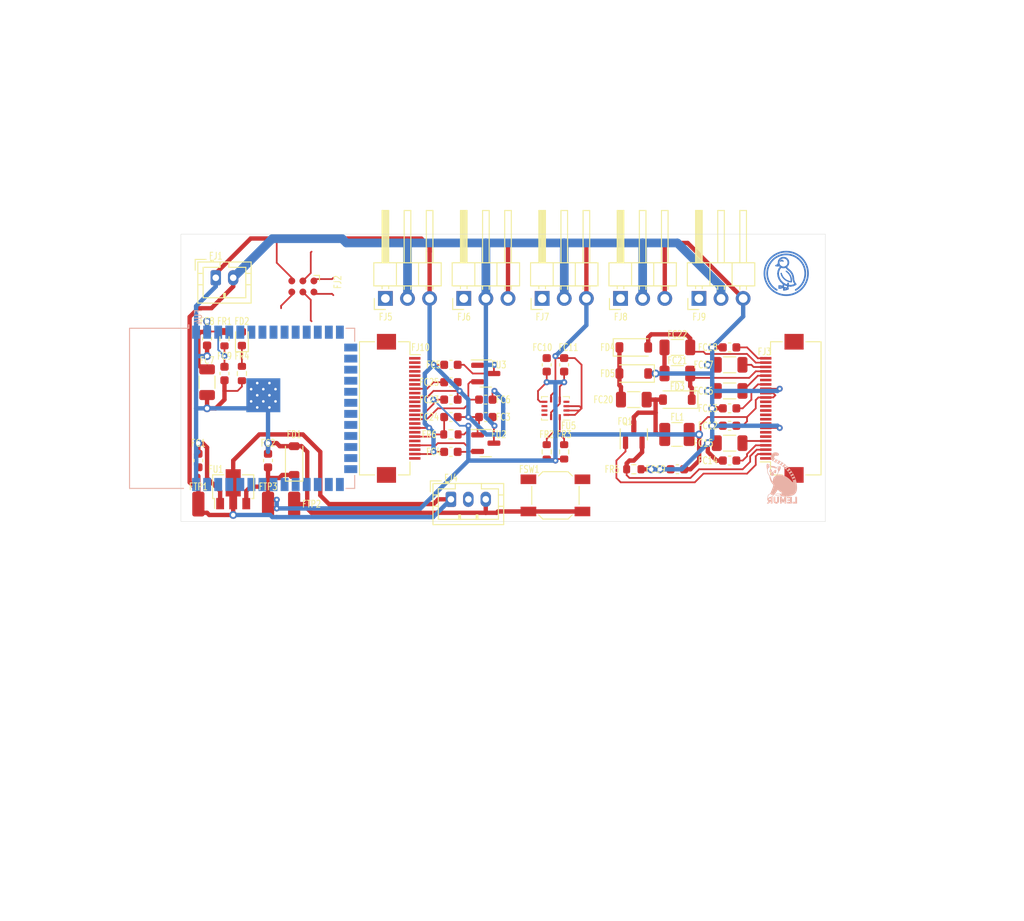
<source format=kicad_pcb>
(kicad_pcb (version 20221018) (generator pcbnew)
  (layers (0 "F.Cu" signal "Front") (31 "B.Cu" signal "Back") (34 "B.Paste" user) (35 "F.Paste" user) (36 "B.SilkS" user "B.Silkscreen") (37 "F.SilkS" user "F.Silkscreen") (38 "B.Mask" user) (39 "F.Mask" user) (44 "Edge.Cuts" user))
  (net 0 "")
  (net 1 "gnd")
  (net 2 "v3v3")
  (net 3 "pwr")
  (net 4 "cam.device.reset")
  (net 5 "mcu.program_en_node")
  (net 6 "led.res.a")
  (net 7 "i2c_chain_0.scl")
  (net 8 "i2c_chain_0.sda")
  (net 9 "led.signal")
  (net 10 "sw.out")
  (net 11 "epd.device.rese")
  (net 12 "pixels.din")
  (net 13 "servos[0].pwm")
  (net 14 "cam.dvp8.vsync")
  (net 15 "cam.dvp8.y0")
  (net 16 "cam.dvp8.y1")
  (net 17 "cam.dvp8.y2")
  (net 18 "servos[1].pwm")
  (net 19 "cam.dvp8.y3")
  (net 20 "cam.dvp8.y4")
  (net 21 "servos[2].pwm")
  (net 22 "servos[3].pwm")
  (net 23 "servos[4].pwm")
  (net 24 "mcu.program_boot_node")
  (net 25 "cam.dvp8.xclk")
  (net 26 "cam.dvp8.pclk")
  (net 27 "cam.dvp8.href")
  (net 28 "epd.busy")
  (net 29 "mcu.program_uart_node.b_tx")
  (net 30 "mcu.program_uart_node.a_tx")
  (net 31 "cam.dvp8.y5")
  (net 32 "epd.device.gdr")
  (net 33 "epd.boost.inductor.b")
  (net 34 "epd.boost.pos_out")
  (net 35 "epd.boost.boot_cap.neg")
  (net 36 "epd.boost.neg_out")
  (net 37 "cam.dvp8.y7")
  (net 38 "cam.dvp8.y6")
  (net 39 "epd.cs")
  (net 40 "epd.dc")
  (net 41 "epd.spi.sck")
  (net 42 "epd.device.vgl")
  (net 43 "epd.device.vdd1v8")
  (net 44 "epd.device.vsh")
  (net 45 "epd.device.vsl")
  (net 46 "epd.device.vcom")
  (net 47 "epd.spi.mosi")
  (net 48 "epd.reset")
  (net 49 "v2v5")
  (net 50 "epd.device.vgh")
  (net 51 "v1v2")
  (net 52 "imu.int1")
  (net 53 "imu.int2")
  (net 54 "cam.device.pins.1")
  (net 55 "cam.device.pins.2")
  (footprint "edg:TestPoint_TE_RCT_0805" (layer "F.Cu") (at 40 131 -90)
    (fp_text reference "FTP2")
    (fp_text value "5015 (Keystone) - gnd")
  )
  (footprint "Resistor_SMD:R_0603_1608Metric" (layer "F.Cu") (at 58 123 180)
    (fp_text reference "FR6")
    (fp_text value "")
  )
  (footprint "Resistor_SMD:R_0603_1608Metric" (layer "F.Cu") (at 79 127)
    (fp_text reference "FR5")
    (fp_text value "")
  )
  (footprint "Package_TO_SOT_SMD:SOT-23" (layer "F.Cu") (at 79 123 90)
    (fp_text reference "FQ1")
    (fp_text value "AO3400A (Alpha & Omega Semicon) - 30V 5.7A 26.5m?@10V,5.7A 1.4W 1.5V@250?A N Channel SOT-23-3L MOSFETs ROHS")
  )
  (footprint "Connector_JST:JST_PH_B2B-PH-K_1x02_P2.00mm_Vertical" (layer "F.Cu") (at 31 105)
    (fp_text reference "FJ1")
    (fp_text value "B2B-PH-K (JST)")
  )
  (footprint "Capacitor_SMD:C_0603_1608Metric" (layer "F.Cu") (at 90 113 180)
    (fp_text reference "FC18")
    (fp_text value "")
  )
  (footprint "Connector_PinHeader_2.54mm:PinHeader_1x03_P2.54mm_Horizontal" (layer "F.Cu") (at 77.475 107.375 90)
    (fp_text reference "FJ8")
    (fp_text value "PinHeader2.54 1x3 Horizontal (Generic)")
  )
  (footprint "Capacitor_SMD:C_0603_1608Metric" (layer "F.Cu") (at 90 126)
    (fp_text reference "FC14")
    (fp_text value "")
  )
  (footprint "Capacitor_SMD:C_1206_3216Metric" (layer "F.Cu") (at 79 119 180)
    (fp_text reference "FC20")
    (fp_text value "")
  )
  (footprint "Connector:Tag-Connect_TC2030-IDC-FP_2x03_P1.27mm_Vertical" (layer "F.Cu") (at 41 106 180)
    (fp_text reference "FJ2")
    (fp_text value "")
  )
  (footprint "Connector_PinHeader_2.54mm:PinHeader_1x03_P2.54mm_Horizontal" (layer "F.Cu") (at 50.475 107.375 90)
    (fp_text reference "FJ5")
    (fp_text value "PinHeader2.54 1x3 Horizontal (Generic)")
  )
  (footprint "Capacitor_SMD:C_0603_1608Metric" (layer "F.Cu") (at 90 122 180)
    (fp_text reference "FC12")
    (fp_text value "")
  )
  (footprint "edg:JlcToolingHole_1.152mm" (layer "F.Cu") (at 99 102)
    (fp_text reference "FH2" hide)
    (fp_text value "")
  )
  (footprint "Capacitor_SMD:C_0603_1608Metric" (layer "F.Cu") (at 58 115 180)
    (fp_text reference "FC5")
    (fp_text value "")
  )
  (footprint "Connector_PinHeader_2.54mm:PinHeader_1x03_P2.54mm_Horizontal" (layer "F.Cu") (at 68.475 107.375 90)
    (fp_text reference "FJ7")
    (fp_text value "PinHeader2.54 1x3 Horizontal (Generic)")
  )
  (footprint "Capacitor_SMD:C_0603_1608Metric" (layer "F.Cu") (at 84 127 180)
    (fp_text reference "FC19")
    (fp_text value "")
  )
  (footprint "Capacitor_SMD:C_1206_3216Metric" (layer "F.Cu") (at 90 118 180)
    (fp_text reference "FC16")
    (fp_text value "")
  )
  (footprint "Resistor_SMD:R_0603_1608Metric" (layer "F.Cu") (at 71 125 90)
    (fp_text reference "FR3")
    (fp_text value "")
  )
  (footprint "Resistor_SMD:R_0603_1608Metric" (layer "F.Cu") (at 32 112 -90)
    (fp_text reference "FR1")
    (fp_text value "")
  )
  (footprint "Package_TO_SOT_SMD:SOT-23" (layer "F.Cu") (at 62 116)
    (fp_text reference "FU3")
    (fp_text value "XC6206P122MR-G (Torex Semiconductor Ltd)")
  )
  (footprint "Inductor_SMD:L_1210_3225Metric" (layer "F.Cu") (at 83.95 123 180)
    (fp_text reference "FL1")
    (fp_text value "")
  )
  (footprint "LED_SMD:LED_0603_1608Metric" (layer "F.Cu") (at 34 112 90)
    (fp_text reference "FD2")
    (fp_text value "")
  )
  (footprint "Capacitor_SMD:C_1206_3216Metric" (layer "F.Cu") (at 84 113)
    (fp_text reference "FC22")
    (fp_text value "")
  )
  (footprint "edg:JlcToolingHole_1.152mm" (layer "F.Cu") (at 29 102)
    (fp_text reference "FH1" hide)
    (fp_text value "")
  )
  (footprint "Connector_JST:JST_PH_B3B-PH-K_1x03_P2.00mm_Vertical" (layer "F.Cu") (at 58 130.45)
    (fp_text reference "FJ4")
    (fp_text value "B3B-PH-K (JST)")
  )
  (footprint "Capacitor_SMD:C_0603_1608Metric" (layer "F.Cu") (at 90 120 180)
    (fp_text reference "FC13")
    (fp_text value "")
  )
  (footprint "Resistor_SMD:R_0603_1608Metric" (layer "F.Cu") (at 69 125 90)
    (fp_text reference "FR2")
    (fp_text value "")
  )
  (footprint "edg:TestPoint_TE_RCT_0805" (layer "F.Cu") (at 29 131 -90)
    (fp_text reference "FTP1")
    (fp_text value "5015 (Keystone) - pwr")
  )
  (footprint "Capacitor_SMD:C_1206_3216Metric" (layer "F.Cu") (at 90 115)
    (fp_text reference "FC17")
    (fp_text value "")
  )
  (footprint "Diode_SMD:D_SOD-123" (layer "F.Cu") (at 79 116 180)
    (fp_text reference "FD5")
    (fp_text value "B5817W (Guangdong Hottech) - 20V 450mV@1A 300mA SOD-123 Schottky Barrier Diodes (SBD) ROHS")
  )
  (footprint "Resistor_SMD:R_0603_1608Metric" (layer "F.Cu") (at 34 116 -90)
    (fp_text reference "FR4")
    (fp_text value "")
  )
  (footprint "Capacitor_SMD:C_1206_3216Metric" (layer "F.Cu") (at 30 117 -90)
    (fp_text reference "FC7")
    (fp_text value "")
  )
  (footprint "Diode_SMD:D_SOD-123" (layer "F.Cu") (at 40 126 90)
    (fp_text reference "FD1")
    (fp_text value "BZT52C3V6 (SMC(Sangdest Microelectronicstronic (Nanjing))) - 5?A@1V 90? Single 3.6V~3.8V 350mW 3.4V SOD-123 Zener Diodes ROHS")
  )
  (footprint "Capacitor_SMD:C_0603_1608Metric" (layer "F.Cu") (at 37 126 90)
    (fp_text reference "FC2")
    (fp_text value "")
  )
  (footprint "Capacitor_SMD:C_0603_1608Metric" (layer "F.Cu") (at 58 125 180)
    (fp_text reference "FC4")
    (fp_text value "")
  )
  (footprint "Capacitor_SMD:C_0603_1608Metric" (layer "F.Cu") (at 58 117)
    (fp_text reference "FC25")
    (fp_text value "")
  )
  (footprint "edg:TestPoint_TE_RCT_0805" (layer "F.Cu") (at 37 131 -90)
    (fp_text reference "FTP3")
    (fp_text value "5015 (Keystone) - v3v3")
  )
  (footprint "Capacitor_SMD:C_0603_1608Metric" (layer "F.Cu") (at 29 126 90)
    (fp_text reference "FC1")
    (fp_text value "")
  )
  (footprint "Capacitor_SMD:C_0603_1608Metric" (layer "F.Cu") (at 58 121)
    (fp_text reference "FC24")
    (fp_text value "")
  )
  (footprint "Button_Switch_SMD:SW_SPST_SKQG_WithoutStem" (layer "F.Cu") (at 70 130)
    (fp_text reference "FSW1")
    (fp_text value "5.1mm switch")
  )
  (footprint "Capacitor_SMD:C_0603_1608Metric" (layer "F.Cu") (at 62 119)
    (fp_text reference "FC6")
    (fp_text value "")
  )
  (footprint "Capacitor_SMD:C_1206_3216Metric" (layer "F.Cu") (at 90 124 180)
    (fp_text reference "FC15")
    (fp_text value "")
  )
  (footprint "Connector_PinHeader_2.54mm:PinHeader_1x03_P2.54mm_Horizontal" (layer "F.Cu") (at 59.475 107.375 90)
    (fp_text reference "FJ6")
    (fp_text value "PinHeader2.54 1x3 Horizontal (Generic)")
  )
  (footprint "Capacitor_SMD:C_0603_1608Metric" (layer "F.Cu") (at 69 115 90)
    (fp_text reference "FC10")
    (fp_text value "")
  )
  (footprint "Capacitor_SMD:C_0603_1608Metric" (layer "F.Cu") (at 30 112 -90)
    (fp_text reference "FC8")
    (fp_text value "")
  )
  (footprint "Capacitor_SMD:C_0603_1608Metric" (layer "F.Cu") (at 58 119)
    (fp_text reference "FC23")
    (fp_text value "")
  )
  (footprint "Connector_PinHeader_2.54mm:PinHeader_1x03_P2.54mm_Horizontal" (layer "F.Cu") (at 86.475 107.375 90)
    (fp_text reference "FJ9")
    (fp_text value "PinHeader2.54 1x3 Horizontal (Generic)")
  )
  (footprint "Capacitor_SMD:C_0603_1608Metric" (layer "F.Cu") (at 62 121 180)
    (fp_text reference "FC3")
    (fp_text value "")
  )
  (footprint "Diode_SMD:D_SOD-123" (layer "F.Cu") (at 84 119 180)
    (fp_text reference "FD3")
    (fp_text value "B5817W (Guangdong Hottech) - 20V 450mV@1A 300mA SOD-123 Schottky Barrier Diodes (SBD) ROHS")
  )
  (footprint "Connector_FFC-FPC:Hirose_FH12-24S-0.5SH_1x24-1MP_P0.50mm_Horizontal" (layer "F.Cu") (at 96 120 90)
    (fp_text reference "FJ3")
    (fp_text value "AFC01-S24FCA-00 (Jushuo)")
  )
  (footprint "Capacitor_SMD:C_0603_1608Metric" (layer "F.Cu") (at 32 116 -90)
    (fp_text reference "FC9")
    (fp_text value "")
  )
  (footprint "Connector_FFC-FPC:Hirose_FH12-24S-0.5SH_1x24-1MP_P0.50mm_Horizontal" (layer "F.Cu") (at 52 120 -90)
    (fp_text reference "FJ10")
    (fp_text value "AFC01-S24FCA-00 (Jushuo)")
  )
  (footprint "Package_TO_SOT_SMD:SOT-89-3" (layer "F.Cu") (at 33 129 90)
    (fp_text reference "FU1")
    (fp_text value "AP7215-33YG-13 (Diodes Incorporated)")
  )
  (footprint "Package_LGA:Bosch_LGA-14_3x2.5mm_P0.5mm" (layer "F.Cu") (at 70 120 180)
    (fp_text reference "FU5")
    (fp_text value "LSM6DS3TR-C (STMicroelectronics)")
  )
  (footprint "Capacitor_SMD:C_1206_3216Metric" (layer "F.Cu") (at 84 116 180)
    (fp_text reference "FC21")
    (fp_text value "")
  )
  (footprint "Capacitor_SMD:C_0603_1608Metric" (layer "F.Cu") (at 71 115 90)
    (fp_text reference "FC11")
    (fp_text value "")
  )
  (footprint "Package_TO_SOT_SMD:SOT-23" (layer "F.Cu") (at 62 124)
    (fp_text reference "FU2")
    (fp_text value "XC6206P252MR (Torex Semiconductor Ltd)")
  )
  (footprint "edg:JlcToolingHole_1.152mm" (layer "F.Cu") (at 99 131)
    (fp_text reference "FH3" hide)
    (fp_text value "")
  )
  (footprint "Diode_SMD:D_SOD-123" (layer "F.Cu") (at 79 113)
    (fp_text reference "FD4")
    (fp_text value "B5817W (Guangdong Hottech) - 20V 450mV@1A 300mA SOD-123 Schottky Barrier Diodes (SBD) ROHS")
  )
  (footprint "RF_Module:ESP32-S3-WROOM-1" (layer "B.Cu") (at 34 120 -90)
    (fp_text reference "FU4")
    (fp_text value "ESP32-S3-WROOM-1-N16R8 (Espressif Systems)")
  )
  (footprint "edg:Symbol_Duckling" (layer "B.Cu") (at 96.5 104.5 180)
    (fp_text reference "UU4" hide)
    (fp_text value "Duck" hide)
  )
  (footprint "edg:Symbol_LemurSmall" (layer "B.Cu") (at 96 128 180)
    (fp_text reference "UU5" hide)
    (fp_text value "Lemur" hide)
  )
  (gr_rect (start 27 100) (end 101 133) (stroke (width 0.0381)) (fill none) (layer "Edge.Cuts"))
  (segment (start 29 125.225) (end 29 124) (width 0.5) (layer "F.Cu") (net 1))
  (segment (start 29 124) (end 29.5 124) (width 0.5) (layer "F.Cu") (net 1))
  (segment (start 71.2625 120.25) (end 72.75 120.25) (width 0.2) (layer "F.Cu") (net 1))
  (segment (start 85.18 101) (end 91.555 107.375) (width 0.5) (layer "F.Cu") (net 1))
  (segment (start 62 130.45) (end 62 132) (width 0.5) (layer "F.Cu") (net 1))
  (segment (start 35.01 100.49) (end 38 100.49) (width 0.5) (layer "F.Cu") (net 1))
  (segment (start 64.555 107.375) (end 64.555 101.055) (width 0.5) (layer "F.Cu") (net 1))
  (segment (start 31.5 129.5) (end 31.5 130.95) (width 0.5) (layer "F.Cu") (net 1))
  (segment (start 41.5 131.5) (end 42 132) (width 0.5) (layer "F.Cu") (net 1))
  (segment (start 52.49 100.49) (end 52.5 100.5) (width 0.5) (layer "F.Cu") (net 1))
  (segment (start 30 124.5) (end 30 128) (width 0.5) (layer "F.Cu") (net 1))
  (segment (start 58.775 118.225) (end 58.775 119) (width 0.2) (layer "F.Cu") (net 1))
  (segment (start 31 104.5) (end 35.01 100.49) (width 0.5) (layer "F.Cu") (net 1))
  (segment (start 88.525 118) (end 87.5 118) (width 0.5) (layer "F.Cu") (net 1))
  (segment (start 29.5 124) (end 30 124.5) (width 0.5) (layer "F.Cu") (net 1))
  (segment (start 72.225 114.225) (end 73 115) (width 0.2) (layer "F.Cu") (net 1))
  (segment (start 54.61 100.5) (end 55.055 100.945) (width 0.5) (layer "F.Cu") (net 1))
  (segment (start 58.775 121) (end 60 121) (width 0.2) (layer "F.Cu") (net 1))
  (segment (start 82.5 101) (end 85.18 101) (width 0.5) (layer "F.Cu") (net 1))
  (segment (start 73 120) (end 72.75 120.25) (width 0.2) (layer "F.Cu") (net 1))
  (segment (start 58.775 117.775) (end 58.775 117) (width 0.2) (layer "F.Cu") (net 1))
  (segment (start 38 100.49) (end 52.49 100.49) (width 0.5) (layer "F.Cu") (net 1))
  (segment (start 89.225 113) (end 88 113) (width 0.5) (layer "F.Cu") (net 1))
  (segment (start 87.5 125) (end 88.5 126) (width 0.5) (layer "F.Cu") (net 1))
  (segment (start 55.555 102) (end 55.555 101.445) (width 0.5) (layer "F.Cu") (net 1))
  (segment (start 72.75 119.75) (end 73 120) (width 0.2) (layer "F.Cu") (net 1))
  (segment (start 80.65 116) (end 81.5 116) (width 0.5) (layer "F.Cu") (net 1))
  (segment (start 73.555 107.375) (end 73.555 101.055) (width 0.5) (layer "F.Cu") (net 1))
  (segment (start 41.5 125) (end 41.5 131) (width 0.5) (layer "F.Cu") (net 1))
  (segment (start 63.25 132) (end 63.4 131.85) (width 0.5) (layer "F.Cu") (net 1))
  (segment (start 55.555 101.055) (end 55.5 101) (width 0.5) (layer "F.Cu") (net 1))
  (segment (start 41.5 131) (end 41.5 131.5) (width 0.5) (layer "F.Cu") (net 1))
  (segment (start 40.85 124.35) (end 41.5 125) (width 0.5) (layer "F.Cu") (net 1))
  (segment (start 38 103.274939) (end 38 100.49) (width 0.2) (layer "F.Cu") (net 1))
  (segment (start 69.5 118.9875) (end 69.5 118.5) (width 0.2) (layer "F.Cu") (net 1))
  (segment (start 30 120) (end 31 120) (width 0.5) (layer "F.Cu") (net 1))
  (segment (start 82.525 113) (end 82.525 116) (width 0.5) (layer "F.Cu") (net 1))
  (segment (start 79.825 127) (end 81 127) (width 0.5) (layer "F.Cu") (net 1))
  (segment (start 42 132) (end 62 132) (width 0.5) (layer "F.Cu") (net 1))
  (segment (start 71 114.225) (end 72.225 114.225) (width 0.2) (layer "F.Cu") (net 1))
  (segment (start 34 116.825) (end 34 117.5) (width 0.2) (layer "F.Cu") (net 1))
  (segment (start 70 118.9875) (end 70 118) (width 0.2) (layer "F.Cu") (net 1))
  (segment (start 64.555 101.055) (end 64.5 101) (width 0.5) (layer "F.Cu") (net 1))
  (segment (start 30 118.475) (end 30 120) (width 0.5) (layer "F.Cu") (net 1))
  (segment (start 31 105) (end 31 104.5) (width 0.5) (layer "F.Cu") (net 1))
  (segment (start 66.9 131.85) (end 73.1 131.85) (width 0.5) (layer "F.Cu") (net 1))
  (segment (start 57.225 125) (end 56 125) (width 0.2) (layer "F.Cu") (net 1))
  (segment (start 73.555 101.055) (end 73.5 101) (width 0.5) (layer "F.Cu") (net 1))
  (segment (start 62.775 118.225) (end 62.775 119) (width 0.2) (layer "F.Cu") (net 1))
  (segment (start 55.25 118.75) (end 53.85 118.75) (width 0.2) (layer "F.Cu") (net 1))
  (segment (start 55.555 107.375) (end 55.555 102) (width 0.5) (layer "F.Cu") (net 1))
  (segment (start 30 112.775) (end 30 114) (width 0.5) (layer "F.Cu") (net 1))
  (segment (start 73 115) (end 73 120) (width 0.2) (layer "F.Cu") (net 1))
  (segment (start 31 120) (end 32 119) (width 0.5) (layer "F.Cu") (net 1))
  (segment (start 61.225 121) (end 60 121) (width 0.2) (layer "F.Cu") (net 1))
  (segment (start 57.225 115) (end 56 115) (width 0.2) (layer "F.Cu") (net 1))
  (segment (start 53.85 125.25) (end 55.75 125.25) (width 0.2) (layer "F.Cu") (net 1))
  (segment (start 38.35 124.35) (end 38 124) (width 0.5) (layer "F.Cu") (net 1))
  (segment (start 73.5 101) (end 82.5 101) (width 0.5) (layer "F.Cu") (net 1))
  (segment (start 71.2625 119.75) (end 72.75 119.75) (width 0.2) (layer "F.Cu") (net 1))
  (segment (start 32 118) (end 32 116.775) (width 0.5) (layer "F.Cu") (net 1))
  (segment (start 88 120) (end 89.225 120) (width 0.5) (layer "F.Cu") (net 1))
  (segment (start 55.11 101) (end 55.055 100.945) (width 0.5) (layer "F.Cu") (net 1))
  (segment (start 64.5 101) (end 73.5 101) (width 0.5) (layer "F.Cu") (net 1))
  (segment (start 82.555 107.375) (end 82.555 101.055) (width 0.5) (layer "F.Cu") (net 1))
  (segment (start 37 125.225) (end 37 124) (width 0.5) (layer "F.Cu") (net 1))
  (segment (start 94.15 117.75) (end 95.75 117.75) (width 0.2) (layer "F.Cu") (net 1))
  (segment (start 81.5 116) (end 82.525 116) (width 0.5) (layer "F.Cu") (net 1))
  (segment (start 56.5 101) (end 64.5 101) (width 0.5) (layer "F.Cu") (net 1))
  (segment (start 30 128) (end 31.5 129.5) (width 0.5) (layer "F.Cu") (net 1))
  (segment (start 55.5 101) (end 55.11 101) (width 0.5) (layer "F.Cu") (net 1))
  (segment (start 81 127) (end 82 127) (width 0.5) (layer "F.Cu") (net 1))
  (segment (start 39.73 105.365) (end 39.73 105.004939) (width 0.2) (layer "F.Cu") (net 1))
  (segment (start 89.225 122) (end 88 122) (width 0.5) (layer "F.Cu") (net 1))
  (segment (start 34 117.5) (end 33.5 118) (width 0.2) (layer "F.Cu") (net 1))
  (segment (start 70 114) (end 70.225 114.225) (width 0.2) (layer "F.Cu") (net 1))
  (segment (start 89.225 126) (end 88.5 126) (width 0.5) (layer "F.Cu") (net 1))
  (segment (start 59 118) (end 56 118) (width 0.2) (layer "F.Cu") (net 1))
  (segment (start 39.73 105.004939) (end 38 103.274939) (width 0.2) (layer "F.Cu") (net 1))
  (segment (start 72.25 120.75) (end 71.2625 120.75) (width 0.2) (layer "F.Cu") (net 1))
  (segment (start 59 118) (end 58.775 117.775) (width 0.2) (layer "F.Cu") (net 1))
  (segment (start 72.75 120.25) (end 72.25 120.75) (width 0.2) (layer "F.Cu") (net 1))
  (segment (start 70 118) (end 70 114) (width 0.2) (layer "F.Cu") (net 1))
  (segment (start 87.5 124) (end 87.5 125) (width 0.5) (layer "F.Cu") (net 1))
  (segment (start 56.5 101) (end 55.5 101) (width 0.5) (layer "F.Cu") (net 1))
  (segment (start 87.5 124) (end 88.525 124) (width 0.5) (layer "F.Cu") (net 1))
  (segment (start 83.225 127) (end 82 127) (width 0.5) (layer "F.Cu") (net 1))
  (segment (start 61.0625 123.05) (end 61.0625 121.9375) (width 0.2) (layer "F.Cu") (net 1))
  (segment (start 88.525 115) (end 87.5 115) (width 0.5) (layer "F.Cu") (net 1))
  (segment (start 62 132) (end 63.25 132) (width 0.5) (layer "F.Cu") (net 1))
  (segment (start 70.225 114.225) (end 71 114.225) (width 0.2) (layer "F.Cu") (net 1))
  (segment (start 69.5 118.5) (end 70 118) (width 0.2) (layer "F.Cu") (net 1))
  (segment (start 61.0625 121.9375) (end 61.225 121.775) (width 0.2) (layer "F.Cu") (net 1))
  (segment (start 33.5 118) (end 32 118) (width 0.2) (layer "F.Cu") (net 1))
  (segment (start 59 118) (end 58.775 118.225) (width 0.2) (layer "F.Cu") (net 1))
  (segment (start 37 124) (end 38 124) (width 0.5) (layer "F.Cu") (net 1))
  (segment (start 82.555 101.055) (end 82.5 101) (width 0.5) (layer "F.Cu") (net 1))
  (segment (start 40 124.35) (end 38.35 124.35) (width 0.5) (layer "F.Cu") (net 1))
  (segment (start 40 124.35) (end 40.85 124.35) (width 0.5) (layer "F.Cu") (net 1))
  (segment (start 53.85 122.25) (end 55.5 122.25) (width 0.2) (layer "F.Cu") (net 1))
  (segment (start 55.055 100.945) (end 55.555 101.445) (width 0.5) (layer "F.Cu") (net 1))
  (segment (start 40 131) (end 41.5 131) (width 0.5) (layer "F.Cu") (net 1))
  (segment (start 32 119) (end 32 118) (width 0.5) (layer "F.Cu") (net 1))
  (segment (start 94.15 122.25) (end 95.75 122.25) (width 0.2) (layer "F.Cu") (net 1))
  (segment (start 63 118) (end 62.775 118.225) (width 0.2) (layer "F.Cu") (net 1))
  (segment (start 56 118) (end 55.25 118.75) (width 0.2) (layer "F.Cu") (net 1))
  (segment (start 52.5 100.5) (end 54.61 100.5) (width 0.5) (layer "F.Cu") (net 1))
  (segment (start 55.555 102) (end 55.555 101.055) (width 0.5) (layer "F.Cu") (net 1))
  (segment (start 55.75 125.25) (end 56 125) (width 0.2) (layer "F.Cu") (net 1))
  (segment (start 61.225 121) (end 61.225 121.775) (width 0.2) (layer "F.Cu") (net 1))
  (segment (start 63.4 131.85) (end 66.9 131.85) (width 0.5) (layer "F.Cu") (net 1))
  (via (at 95.75 122.25) (size 0.7) (drill 0.3) (layers "F.Cu" "B.Cu") (net 1))
  (via (at 30 114) (size 0.9) (drill 0.5) (layers "F.Cu" "B.Cu") (net 1))
  (via (at 95.75 117.75) (size 0.7) (drill 0.3) (layers "F.Cu" "B.Cu") (net 1))
  (via (at 55.5 122.25) (size 0.7) (drill 0.3) (layers "F.Cu" "B.Cu") (net 1))
  (via (at 60 121) (size 0.7) (drill 0.3) (layers "F.Cu" "B.Cu") (net 1))
  (via (at 29 124) (size 0.9) (drill 0.5) (layers "F.Cu" "B.Cu") (net 1))
  (via (at 70 114) (size 0.7) (drill 0.3) (layers "F.Cu" "B.Cu") (net 1))
  (via (at 56 125) (size 0.7) (drill 0.3) (layers "F.Cu" "B.Cu") (net 1))
  (via (at 87.5 118) (size 0.9) (drill 0.5) (layers "F.Cu" "B.Cu") (net 1))
  (via (at 87.5 115) (size 0.9) (drill 0.5) (layers "F.Cu" "B.Cu") (net 1))
  (via (at 30 120) (size 0.9) (drill 0.5) (layers "F.Cu" "B.Cu") (net 1))
  (via (at 81 127) (size 0.9) (drill 0.5) (layers "F.Cu" "B.Cu") (net 1))
  (via (at 88 113) (size 0.9) (drill 0.5) (layers "F.Cu" "B.Cu") (net 1))
  (via (at 87.5 124) (size 0.9) (drill 0.5) (layers "F.Cu" "B.Cu") (net 1))
  (via (at 37 124) (size 0.9) (drill 0.5) (layers "F.Cu" "B.Cu") (net 1))
  (via (at 63 118) (size 0.7) (drill 0.3) (layers "F.Cu" "B.Cu") (net 1))
  (via (at 59 118) (size 0.7) (drill 0.3) (layers "F.Cu" "B.Cu") (net 1))
  (via (at 88 120) (size 0.9) (drill 0.5) (layers "F.Cu" "B.Cu") (net 1))
  (via (at 81.5 116) (size 0.9) (drill 0.5) (layers "F.Cu" "B.Cu") (net 1))
  (via (at 82 127) (size 0.9) (drill 0.5) (layers "F.Cu" "B.Cu") (net 1))
  (via (at 56 115) (size 0.7) (drill 0.3) (layers "F.Cu" "B.Cu") (net 1))
  (via (at 88 122) (size 0.9) (drill 0.5) (layers "F.Cu" "B.Cu") (net 1))
  (segment (start 55.125 121.875) (end 55.5 122.25) (width 0.5) (layer "B.Cu") (net 1))
  (segment (start 56 115) (end 55 116) (width 0.5) (layer "B.Cu") (net 1))
  (segment (start 28.74 128.75) (end 28.74 126.5) (width 0.5) (layer "B.Cu") (net 1))
  (segment (start 30 120) (end 28.74 120) (width 0.5) (layer "B.Cu") (net 1))
  (segment (start 88 123.5) (end 88 123) (width 0.5) (layer "B.Cu") (net 1))
  (segment (start 28.74 126.5) (end 28.74 125.26) (width 0.5) (layer "B.Cu") (net 1))
  (segment (start 81 127) (end 84.5 127) (width 0.5) (layer "B.Cu") (net 1))
  (segment (start 31 106) (end 28.74 108.26) (width 0.5) (layer "B.Cu") (net 1))
  (segment (start 55.125 121.875) (end 56 122.75) (width 0.5) (layer "B.Cu") (net 1))
  (segment (start 87.5 118) (end 88 118) (width 0.5) (layer "B.Cu") (net 1))
  (segment (start 59 118) (end 60 119) (width 0.5) (layer "B.Cu") (net 1))
  (segment (start 62.074803 123) (end 64 123) (width 0.5) (layer "B.Cu") (net 1))
  (segment (start 56 115) (end 59 118) (width 0.5) (layer "B.Cu") (net 1))
  (segment (start 91.555 107.375) (end 91.555 109.445) (width 0.5) (layer "B.Cu") (net 1))
  (segment (start 84.5 127) (end 87.5 124) (width 0.5) (layer "B.Cu") (net 1))
  (segment (start 88 118) (end 88 122) (width 0.5) (layer "B.Cu") (net 1))
  (segment (start 91.555 109.445) (end 88 113) (width 0.5) (layer "B.Cu") (net 1))
  (segment (start 60.074803 121) (end 62.074803 123) (width 0.5) (layer "B.Cu") (net 1))
  (segment (start 28.74 126.5) (end 28.74 120) (width 0.5) (layer "B.Cu") (net 1))
  (segment (start 95.5 118) (end 95.75 117.75) (width 0.5) (layer "B.Cu") (net 1))
  (segment (start 60 119) (end 60 121) (width 0.5) (layer "B.Cu") (net 1))
  (segment (start 55.555 114.555) (end 56 115) (width 0.5) (layer "B.Cu") (net 1))
  (segment (start 88 115) (end 88 116) (width 0.5) (layer "B.Cu") (net 1))
  (segment (start 55 121.75) (end 55.125 121.875) (width 0.5) (layer "B.Cu") (net 1))
  (segment (start 73.555 110.445) (end 70 114) (width 0.5) (layer "B.Cu") (net 1))
  (segment (start 28.74 108.26) (end 28.74 111.25) (width 0.5) (layer "B.Cu") (net 1))
  (segment (start 95.5 122) (end 95.75 122.25) (width 0.5) (layer "B.Cu") (net 1))
  (segment (start 64 119) (end 63 118) (width 0.5) (layer "B.Cu") (net 1))
  (segment (start 87.5 124) (end 88 123.5) (width 0.5) (layer "B.Cu") (net 1))
  (segment (start 81.5 116) (end 88 116) (width 0.5) (layer "B.Cu") (net 1))
  (segment (start 64 123) (end 64 120) (width 0.5) (layer "B.Cu") (net 1))
  (segment (start 56 122.75) (end 56 125) (width 0.5) (layer "B.Cu") (net 1))
  (segment (start 31 105) (end 31 106) (width 0.5) (layer "B.Cu") (net 1))
  (segment (start 88 113) (end 88 115) (width 0.5) (layer "B.Cu") (net 1))
  (segment (start 87.5 115) (end 88 115) (width 0.5) (layer "B.Cu") (net 1))
  (segment (start 88 116) (end 88 117) (width 0.5) (layer "B.Cu") (net 1))
  (segment (start 30 114) (end 29 114) (width 0.5) (layer "B.Cu") (net 1))
  (segment (start 28.74 120) (end 28.74 118) (width 0.5) (layer "B.Cu") (net 1))
  (segment (start 88 118) (end 95.5 118) (width 0.5) (layer "B.Cu") (net 1))
  (segment (start 88 122) (end 88 123) (width 0.5) (layer "B.Cu") (net 1))
  (segment (start 64 120) (end 64 119) (width 0.5) (layer "B.Cu") (net 1))
  (segment (start 55.555 107.375) (end 55.555 114.555) (width 0.5) (layer "B.Cu") (net 1))
  (segment (start 88 122) (end 95.5 122) (width 0.5) (layer "B.Cu") (net 1))
  (segment (start 88 117) (end 88 118) (width 0.5) (layer "B.Cu") (net 1))
  (segment (start 37 125) (end 37 120) (width 0.5) (layer "B.Cu") (net 1))
  (segment (start 73.555 107.375) (end 73.555 110.445) (width 0.5) (layer "B.Cu") (net 1))
  (segment (start 30 120) (end 36 120) (width 0.5) (layer "B.Cu") (net 1))
  (segment (start 28.74 125.26) (end 29 125) (width 0.5) (layer "B.Cu") (net 1))
  (segment (start 60 121) (end 60.074803 121) (width 0.5) (layer "B.Cu") (net 1))
  (segment (start 55 116) (end 55 121.75) (width 0.5) (layer "B.Cu") (net 1))
  (segment (start 28.74 111.25) (end 28.74 118) (width 0.5) (layer "B.Cu") (net 1))
  (segment (start 85.35 123) (end 86.5 123) (width 0.5) (layer "F.Cu") (net 2))
  (segment (start 37 130.5) (end 38 130.5) (width 0.5) (layer "F.Cu") (net 2))
  (segment (start 32 111.175) (end 30.05 111.175) (width 0.2) (layer "F.Cu") (net 2))
  (segment (start 86.66 121.84) (end 87.5 121) (width 0.2) (layer "F.Cu") (net 2))
  (segment (start 60 122.5) (end 60 122) (width 0.2) (layer "F.Cu") (net 2))
  (segment (start 37 131.5) (end 38 131.5) (width 0.5) (layer "F.Cu") (net 2))
  (segment (start 34.5 129.5) (end 35 129) (width 0.5) (layer "F.Cu") (net 2))
  (segment (start 87.5 121) (end 92 121) (width 0.2) (layer "F.Cu") (net 2))
  (segment (start 44.3493 105.1507) (end 44.5 105) (width 0.2) (layer "F.Cu") (net 2))
  (segment (start 54.75 120.75) (end 56 119.5) (width 0.2) (layer "F.Cu") (net 2))
  (segment (start 95 118.75) (end 95.25 118.5) (width 0.2) (layer "F.Cu") (net 2))
  (segment (start 29.275 111.225) (end 29 111.5) (width 0.5) (layer "F.Cu") (net 2))
  (segment (start 38.3 128) (end 38.65 127.65) (width 0.5) (layer "F.Cu") (net 2))
  (segment (start 70.5 117.5) (end 71 117) (width 0.2) (layer "F.Cu") (net 2))
  (segment (start 86.5 123) (end 86.5 126) (width 0.5) (layer "F.Cu") (net 2))
  (segment (start 54.75 120.75) (end 53.85 120.75) (width 0.2) (layer "F.Cu") (net 2))
  (segment (start 92 121) (end 93 120) (width 0.2) (layer "F.Cu") (net 2))
  (segment (start 30 115.525) (end 29.525 115.525) (width 0.5) (layer "F.Cu") (net 2))
  (segment (start 70.5 119.47) (end 70.5 118.9875) (width 0.2) (layer "F.Cu") (net 2))
  (segment (start 42.4843 105.1507) (end 44.3493 105.1507) (width 0.2) (layer "F.Cu") (net 2))
  (segment (start 69.5 121.0125) (end 69.5 120.47) (width 0.2) (layer "F.Cu") (net 2))
  (segment (start 68 118) (end 69 117) (width 0.2) (layer "F.Cu") (net 2))
  (segment (start 93 119.05) (end 93 120) (width 0.2) (layer "F.Cu") (net 2))
  (segment (start 92 121.5) (end 92 121) (width 0.2) (layer "F.Cu") (net 2))
  (segment (start 86.5 126) (end 85.5 127) (width 0.5) (layer "F.Cu") (net 2))
  (segment (start 37 129) (end 37 126.775) (width 0.5) (layer "F.Cu") (net 2))
  (segment (start 69.5 120.47) (end 70.5 119.47) (width 0.2) (layer "F.Cu") (net 2))
  (segment (start 71 125.825) (end 70.175 125.825) (width 0.2) (layer "F.Cu") (net 2))
  (segment (start 70.5 118.9875) (end 70.5 117.5) (width 0.2) (layer "F.Cu") (net 2))
  (segment (start 29.525 115.525) (end 29 115) (width 0.5) (layer "F.Cu") (net 2))
  (segment (start 93.3 118.75) (end 93 119.05) (width 0.2) (layer "F.Cu") (net 2))
  (segment (start 70.175 125.825) (end 70 126) (width 0.2) (layer "F.Cu") (net 2))
  (segment (start 69 125.825) (end 69.825 125.825) (width 0.2) (layer "F.Cu") (net 2))
  (segment (start 42.27 105.365) (end 42.4843 105.1507) (width 0.2) (layer "F.Cu") (net 2))
  (segment (start 38.65 127.65) (end 40 127.65) (width 0.5) (layer "F.Cu") (net 2))
  (segment (start 85.5 127) (end 84.775 127) (width 0.5) (layer "F.Cu") (net 2))
  (segment (start 57.225 119) (end 56 119) (width 0.2) (layer "F.Cu") (net 2))
  (segment (start 29 111.5) (end 29 115) (width 0.5) (layer "F.Cu") (net 2))
  (segment (start 37 128) (end 38.3 128) (width 0.5) (layer "F.Cu") (net 2))
  (segment (start 69 115.775) (end 69 117) (width 0.2) (layer "F.Cu") (net 2))
  (segment (start 68.25 119.25) (end 68 119) (width 0.2) (layer "F.Cu") (net 2))
  (segment (start 30 111.225) (end 30 110) (width 0.5) (layer "F.Cu") (net 2))
  (segment (start 35 129) (end 37 129) (width 0.5) (layer "F.Cu") (net 2))
  (segment (start 95 118.25) (end 95.25 118.5) (width 0.2) (layer "F.Cu") (net 2))
  (segment (start 58.825 123) (end 59.5 123) (width 0.2) (layer "F.Cu") (net 2))
  (segment (start 59.5 123) (end 60 122.5) (width 0.2) (layer "F.Cu") (net 2))
  (segment (start 37 131) (end 37 129) (width 0.5) (layer "F.Cu") (net 2))
  (segment (start 69.825 125.825) (end 70 126) (width 0.2) (layer "F.Cu") (net 2))
  (segment (start 86.66 122.84) (end 86.66 121.84) (width 0.2) (layer "F.Cu") (net 2))
  (segment (start 68 119) (end 68 118) (width 0.2) (layer "F.Cu") (net 2))
  (segment (start 94.15 118.75) (end 95 118.75) (width 0.2) (layer "F.Cu") (net 2))
  (segment (start 90.775 122) (end 91.5 122) (width 0.2) (layer "F.Cu") (net 2))
  (segment (start 91.5 122) (end 92 121.5) (width 0.2) (layer "F.Cu") (net 2))
  (segment (start 86.5 123) (end 86.66 122.84) (width 0.2) (layer "F.Cu") (net 2))
  (segment (start 94.15 118.25) (end 95 118.25) (width 0.2) (layer "F.Cu") (net 2))
  (segment (start 68.7375 119.25) (end 68.25 119.25) (width 0.2) (layer "F.Cu") (net 2))
  (segment (start 94.15 118.75) (end 93.3 118.75) (width 0.2) (layer "F.Cu") (net 2))
  (segment (start 56 119.5) (end 56 119) (width 0.2) (layer "F.Cu") (net 2))
  (segment (start 34.5 130.95) (end 34.5 129.5) (width 0.5) (layer "F.Cu") (net 2))
  (segment (start 30 111.225) (end 29.275 111.225) (width 0.5) (layer "F.Cu") (net 2))
  (segment (start 71 115.775) (end 71 117) (width 0.2) (layer "F.Cu") (net 2))
  (via (at 60 122) (size 0.7) (drill 0.3) (layers "F.Cu" "B.Cu") (net 2))
  (via (at 86.5 123) (size 0.9) (drill 0.5) (layers "F.Cu" "B.Cu") (net 2))
  (via (at 69 117) (size 0.7) (drill 0.3) (layers "F.Cu" "B.Cu") (net 2))
  (via (at 71 117) (size 0.7) (drill 0.3) (layers "F.Cu" "B.Cu") (net 2))
  (via (at 30 110) (size 0.9) (drill 0.5) (layers "F.Cu" "B.Cu") (net 2))
  (via (at 56 119) (size 0.7) (drill 0.3) (layers "F.Cu" "B.Cu") (net 2))
  (via (at 38 131.5) (size 0.7) (drill 0.3) (layers "F.Cu" "B.Cu") (net 2))
  (via (at 70 126) (size 0.7) (drill 0.3) (layers "F.Cu" "B.Cu") (net 2))
  (via (at 38 130.5) (size 0.7) (drill 0.3) (layers "F.Cu" "B.Cu") (net 2))
  (segment (start 59 122) (end 60 122) (width 0.2) (layer "B.Cu") (net 2))
  (segment (start 86.5 123) (end 70 123) (width 0.5) (layer "B.Cu") (net 2))
  (segment (start 60 123) (end 60 126) (width 0.5) (layer "B.Cu") (net 2))
  (segment (start 38 130.5) (end 38 131.5) (width 0.5) (layer "B.Cu") (net 2))
  (segment (start 60 123) (end 60 122) (width 0.5) (layer "B.Cu") (net 2))
  (segment (start 56 119) (end 59 122) (width 0.2) (layer "B.Cu") (net 2))
  (segment (start 54.5 131.5) (end 60 126) (width 0.5) (layer "B.Cu") (net 2))
  (segment (start 60 126) (end 70 126) (width 0.5) (layer "B.Cu") (net 2))
  (segment (start 30.01 111.25) (end 30.01 110.01) (width 0.5) (layer "B.Cu") (net 2))
  (segment (start 70 123) (end 70 117) (width 0.5) (layer "B.Cu") (net 2))
  (segment (start 69 117) (end 70 117) (width 0.5) (layer "B.Cu") (net 2))
  (segment (start 70 126) (end 70 123) (width 0.5) (layer "B.Cu") (net 2))
  (segment (start 70 117) (end 71 117) (width 0.5) (layer "B.Cu") (net 2))
  (segment (start 30.01 110.01) (end 30 110) (width 0.5) (layer "B.Cu") (net 2))
  (segment (start 38 131.5) (end 54.5 131.5) (width 0.5) (layer "B.Cu") (net 2))
  (segment (start 60.5 116) (end 62.9375 116) (width 0.2) (layer "F.Cu") (net 3))
  (segment (start 32 132.25) (end 30.25 132.25) (width 0.5) (layer "F.Cu") (net 3))
  (segment (start 58.775 115) (end 59.5 115) (width 0.2) (layer "F.Cu") (net 3))
  (segment (start 62.9375 115.0625) (end 63 115) (width 0.2) (layer "F.Cu") (net 3))
  (segment (start 59.5 115) (end 60.5 116) (width 0.2) (layer "F.Cu") (net 3))
  (segment (start 30 132) (end 29 132) (width 0.5) (layer "F.Cu") (net 3))
  (segment (start 29 129) (end 28.5 129) (width 0.5) (layer "F.Cu") (net 3))
  (segment (start 41 123) (end 36 123) (width 0.5) (layer "F.Cu") (net 3))
  (segment (start 62.9375 116) (end 62.9375 115.0625) (width 0.2) (layer "F.Cu") (net 3))
  (segment (start 43 130) (end 43 125) (width 0.5) (layer "F.Cu") (net 3))
  (segment (start 56 131) (end 44 131) (width 0.5) (layer "F.Cu") (net 3))
  (segment (start 36 123) (end 33 126) (width 0.5) (layer "F.Cu") (net 3))
  (segment (start 62.9375 122.0625) (end 62.9375 124) (width 0.2) (layer "F.Cu") (net 3))
  (segment (start 30.25 132.25) (end 30 132) (width 0.5) (layer "F.Cu") (net 3))
  (segment (start 43 125) (end 41 123) (width 0.5) (layer "F.Cu") (net 3))
  (segment (start 28 109.5) (end 29 108.5) (width 0.5) (layer "F.Cu") (net 3))
  (segment (start 28.5 129) (end 28 128.5) (width 0.5) (layer "F.Cu") (net 3))
  (segment (start 30.5 108.5) (end 33 106) (width 0.5) (layer "F.Cu") (net 3))
  (segment (start 28 124) (end 28 109.5) (width 0.5) (layer "F.Cu") (net 3))
  (segment (start 29 129) (end 29 127.775) (width 0.5) (layer "F.Cu") (net 3))
  (segment (start 62.775 121.775) (end 62.775 121) (width 0.2) (layer "F.Cu") (net 3))
  (segment (start 33 126) (end 33 130.8625) (width 0.5) (layer "F.Cu") (net 3))
  (segment (start 58 130.45) (end 56.55 130.45) (width 0.5) (layer "F.Cu") (net 3))
  (segment (start 33 132.25) (end 33 130.8625) (width 0.5) (layer "F.Cu") (net 3))
  (segment (start 63 122) (end 62.9375 122.0625) (width 0.2) (layer "F.Cu") (net 3))
  (segment (start 33 106) (end 33 105) (width 0.5) (layer "F.Cu") (net 3))
  (segment (start 32 132.25) (end 33 132.25) (width 0.5) (layer "F.Cu") (net 3))
  (segment (start 29 131) (end 29 129) (width 0.5) (layer "F.Cu") (net 3))
  (segment (start 56.55 130.45) (end 56 131) (width 0.5) (layer "F.Cu") (net 3))
  (segment (start 63 122) (end 62.775 121.775) (width 0.2) (layer "F.Cu") (net 3))
  (segment (start 29 108.5) (end 30.5 108.5) (width 0.5) (layer "F.Cu") (net 3))
  (segment (start 28 128.5) (end 28 124) (width 0.5) (layer "F.Cu") (net 3))
  (segment (start 44 131) (end 43 130) (width 0.5) (layer "F.Cu") (net 3))
  (via (at 63 115) (size 0.7) (drill 0.3) (layers "F.Cu" "B.Cu") (net 3))
  (via (at 33 132.25) (size 0.9) (drill 0.5) (layers "F.Cu" "B.Cu") (net 3))
  (via (at 63 122) (size 0.7) (drill 0.3) (layers "F.Cu" "B.Cu") (net 3))
  (segment (start 55.5 132.5) (end 38 132.5) (width 0.5) (layer "B.Cu") (net 3))
  (segment (start 80.015 101.015) (end 80 101) (width 1) (layer "B.Cu") (net 3))
  (segment (start 62.015 107.375) (end 62.015 114.015) (width 0.5) (layer "B.Cu") (net 3))
  (segment (start 89.015 106.015) (end 89.015 107.375) (width 1) (layer "B.Cu") (net 3))
  (segment (start 33 105) (end 37.49 100.51) (width 1) (layer "B.Cu") (net 3))
  (segment (start 62.015 115) (end 62.015 121.015) (width 0.5) (layer "B.Cu") (net 3))
  (segment (start 37.49 100.51) (end 45.51 100.51) (width 1) (layer "B.Cu") (net 3))
  (segment (start 62.015 107.375) (end 62.015 101.015) (width 1) (layer "B.Cu") (net 3))
  (segment (start 80 101) (end 84 101) (width 1) (layer "B.Cu") (net 3))
  (segment (start 53.015 107.375) (end 53.015 101.015) (width 1) (layer "B.Cu") (net 3))
  (segment (start 37.25 132.25) (end 37.5 132.5) (width 0.5) (layer "B.Cu") (net 3))
  (segment (start 62.015 114.015) (end 62.015 115) (width 0.5) (layer "B.Cu") (net 3))
  (segment (start 71 101) (end 80 101) (width 1) (layer "B.Cu") (net 3))
  (segment (start 62.015 101.015) (end 62 101) (width 1) (layer "B.Cu") (net 3))
  (segment (start 46 101) (end 53 101) (width 1) (layer "B.Cu") (net 3))
  (segment (start 53.015 101.015) (end 53 101) (width 1) (layer "B.Cu") (net 3))
  (segment (start 58 130.45) (end 55.95 132.5) (width 0.5) (layer "B.Cu") (net 3))
  (segment (start 80.015 107.375) (end 80.015 101.015) (width 1) (layer "B.Cu") (net 3))
  (segment (start 45.51 100.51) (end 46 101) (width 1) (layer "B.Cu") (net 3))
  (segment (start 62 101) (end 71 101) (width 1) (layer "B.Cu") (net 3))
  (segment (start 71.015 107.375) (end 71.015 101.015) (width 1) (layer "B.Cu") (net 3))
  (segment (start 71.015 101.015) (end 71 101) (width 1) (layer "B.Cu") (net 3))
  (segment (start 55.95 132.5) (end 55.5 132.5) (width 0.5) (layer "B.Cu") (net 3))
  (segment (start 53 101) (end 62 101) (width 1) (layer "B.Cu") (net 3))
  (segment (start 84 101) (end 89.015 106.015) (width 1) (layer "B.Cu") (net 3))
  (segment (start 33 132.25) (end 37.25 132.25) (width 0.5) (layer "B.Cu") (net 3))
  (segment (start 38 132.5) (end 37.5 132.5) (width 0.5) (layer "B.Cu") (net 3))
  (segment (start 62.015 121.015) (end 63 122) (width 0.5) (layer "B.Cu") (net 3))
  (segment (start 63 115) (end 62.015 115) (width 0.5) (layer "B.Cu") (net 3))
  (segment (start 55.75 123.25) (end 56 123) (width 0.2) (layer "F.Cu") (net 4))
  (segment (start 57.225 121) (end 57.225 122.95) (width 0.2) (layer "F.Cu") (net 4))
  (segment (start 56 123) (end 57.175 123) (width 0.2) (layer "F.Cu") (net 4))
  (segment (start 53.85 123.25) (end 55.75 123.25) (width 0.2) (layer "F.Cu") (net 4))
  (segment (start 39.726511 106.99855) (end 38.5 108.225061) (width 0.2) (layer "F.Cu") (net 5))
  (segment (start 32 115.225) (end 32 112.825) (width 0.2) (layer "F.Cu") (net 5))
  (segment (start 39.73 106.99855) (end 39.726511 106.99855) (width 0.2) (layer "F.Cu") (net 5))
  (segment (start 39.73 106.635) (end 39.73 106.99855) (width 0.2) (layer "F.Cu") (net 5))
  (segment (start 38.5 108.225061) (end 38.5 108.5) (width 0.2) (layer "F.Cu") (net 5))
  (via (at 32 114) (size 0.7) (drill 0.3) (layers "F.Cu" "B.Cu") (net 5))
  (segment (start 31.28 111.25) (end 31.28 113.28) (width 0.2) (layer "B.Cu") (net 5))
  (segment (start 31.28 113.28) (end 32 114) (width 0.2) (layer "B.Cu") (net 5))
  (segment (start 34 112.825) (end 34 115.2125) (width 0.2) (layer "F.Cu") (net 6))
  (segment (start 69 123.5) (end 69 124.175) (width 0.2) (layer "F.Cu") (net 7))
  (segment (start 70 121.0125) (end 70 122.5) (width 0.2) (layer "F.Cu") (net 7))
  (segment (start 70 122.5) (end 69 123.5) (width 0.2) (layer "F.Cu") (net 7))
  (segment (start 70.5 123) (end 71 123.5) (width 0.2) (layer "F.Cu") (net 8))
  (segment (start 70.5 121.0125) (end 70.5 123) (width 0.2) (layer "F.Cu") (net 8))
  (segment (start 71 123.5) (end 71 124.175) (width 0.2) (layer "F.Cu") (net 8))
  (segment (start 78.175 126.325) (end 78.5 126) (width 0.5) (layer "F.Cu") (net 11))
  (segment (start 78.5 126) (end 79 126) (width 0.5) (layer "F.Cu") (net 11))
  (segment (start 78.175 127.675) (end 78.5 128) (width 0.2) (layer "F.Cu") (net 11))
  (segment (start 79.95 125.05) (end 79.95 123.9375) (width 0.5) (layer "F.Cu") (net 11))
  (segment (start 93.11 124.75) (end 94.15 124.75) (width 0.2) (layer "F.Cu") (net 11))
  (segment (start 78.175 127) (end 78.175 126.325) (width 0.5) (layer "F.Cu") (net 11))
  (segment (start 85.5 128) (end 86.5 127) (width 0.2) (layer "F.Cu") (net 11))
  (segment (start 92.36 125.5) (end 93.11 124.75) (width 0.2) (layer "F.Cu") (net 11))
  (segment (start 79 126) (end 79.95 125.05) (width 0.5) (layer "F.Cu") (net 11))
  (segment (start 91.5 127) (end 92.36 126.14) (width 0.2) (layer "F.Cu") (net 11))
  (segment (start 92.36 126.14) (end 92.36 125.5) (width 0.2) (layer "F.Cu") (net 11))
  (segment (start 78.5 128) (end 85.5 128) (width 0.2) (layer "F.Cu") (net 11))
  (segment (start 86.5 127) (end 91.5 127) (width 0.2) (layer "F.Cu") (net 11))
  (segment (start 78.175 127) (end 78.175 127.675) (width 0.2) (layer "F.Cu") (net 11))
  (segment (start 42.4843 106.8493) (end 44.3493 106.8493) (width 0.2) (layer "F.Cu") (net 24))
  (segment (start 42.27 106.635) (end 42.4843 106.8493) (width 0.2) (layer "F.Cu") (net 24))
  (segment (start 44.3493 106.8493) (end 44.5 107) (width 0.2) (layer "F.Cu") (net 24))
  (segment (start 53.85 117.75) (end 55.25 117.75) (width 0.2) (layer "F.Cu") (net 26))
  (segment (start 55.25 117.75) (end 56 117) (width 0.2) (layer "F.Cu") (net 26))
  (segment (start 56 117) (end 57.225 117) (width 0.2) (layer "F.Cu") (net 26))
  (segment (start 41.90645 107.54145) (end 41.90645 109.90645) (width 0.2) (layer "F.Cu") (net 29))
  (segment (start 41 106.635) (end 41.90645 107.54145) (width 0.2) (layer "F.Cu") (net 29))
  (segment (start 41.90645 109.90645) (end 42 110) (width 0.2) (layer "F.Cu") (net 29))
  (segment (start 41.90645 102.09355) (end 42 102) (width 0.2) (layer "F.Cu") (net 30))
  (segment (start 41.90645 104.45855) (end 41.90645 102.09355) (width 0.2) (layer "F.Cu") (net 30))
  (segment (start 41 105.365) (end 41.90645 104.45855) (width 0.2) (layer "F.Cu") (net 30))
  (segment (start 92 127.5) (end 87 127.5) (width 0.2) (layer "F.Cu") (net 32))
  (segment (start 77 128) (end 77 126) (width 0.2) (layer "F.Cu") (net 32))
  (segment (start 94.15 125.25) (end 93.25 125.25) (width 0.2) (layer "F.Cu") (net 32))
  (segment (start 86 128.5) (end 77.5 128.5) (width 0.2) (layer "F.Cu") (net 32))
  (segment (start 87 127.5) (end 86 128.5) (width 0.2) (layer "F.Cu") (net 32))
  (segment (start 78.05 124.95) (end 78.05 123.9375) (width 0.2) (layer "F.Cu") (net 32))
  (segment (start 77.5 128.5) (end 77 128) (width 0.2) (layer "F.Cu") (net 32))
  (segment (start 77 126) (end 78.05 124.95) (width 0.2) (layer "F.Cu") (net 32))
  (segment (start 93 125.5) (end 93 126.5) (width 0.2) (layer "F.Cu") (net 32))
  (segment (start 93 126.5) (end 92 127.5) (width 0.2) (layer "F.Cu") (net 32))
  (segment (start 93.25 125.25) (end 93 125.5) (width 0.2) (layer "F.Cu") (net 32))
  (segment (start 82.55 123) (end 81.75 123) (width 0.5) (layer "F.Cu") (net 33))
  (segment (start 81.75 123) (end 81.5 122.75) (width 0.5) (layer "F.Cu") (net 33))
  (segment (start 81.5 120.5) (end 81.5 119) (width 0.5) (layer "F.Cu") (net 33))
  (segment (start 79.5 120.5) (end 81.5 120.5) (width 0.5) (layer "F.Cu") (net 33))
  (segment (start 80.475 119) (end 81.5 119) (width 0.5) (layer "F.Cu") (net 33))
  (segment (start 79 121) (end 79.5 120.5) (width 0.5) (layer "F.Cu") (net 33))
  (segment (start 81.5 119) (end 82.35 119) (width 0.5) (layer "F.Cu") (net 33))
  (segment (start 81.5 122.75) (end 81.5 120.5) (width 0.5) (layer "F.Cu") (net 33))
  (segment (start 79 122.062) (end 79 121) (width 0.5) (layer "F.Cu") (net 33))
  (segment (start 85.5 116.5) (end 92.25 116.5) (width 0.2) (layer "F.Cu") (net 34))
  (segment (start 85.65 119) (end 85.65 117.65) (width 0.5) (layer "F.Cu") (net 34))
  (segment (start 85.475 117.475) (end 85.475 116) (width 0.5) (layer "F.Cu") (net 34))
  (segment (start 85.65 117.65) (end 85.475 117.475) (width 0.5) (layer "F.Cu") (net 34))
  (segment (start 92.25 116.5) (end 93 115.75) (width 0.2) (layer "F.Cu") (net 34))
  (segment (start 93 115.75) (end 94.15 115.75) (width 0.2) (layer "F.Cu") (net 34))
  (segment (start 77.35 116) (end 77.35 113) (width 0.5) (layer "F.Cu") (net 35))
  (segment (start 77.35 117.35) (end 77.35 116) (width 0.5) (layer "F.Cu") (net 35))
  (segment (start 77.525 117.525) (end 77.35 117.35) (width 0.5) (layer "F.Cu") (net 35))
  (segment (start 77.525 119) (end 77.525 117.525) (width 0.5) (layer "F.Cu") (net 35))
  (segment (start 85.475 113) (end 85.475 111.975) (width 0.5) (layer "F.Cu") (net 36))
  (segment (start 81 111.5) (end 80.65 111.85) (width 0.5) (layer "F.Cu") (net 36))
  (segment (start 92 113.75) (end 93 114.75) (width 0.2) (layer "F.Cu") (net 36))
  (segment (start 85.475 111.975) (end 85 111.5) (width 0.5) (layer "F.Cu") (net 36))
  (segment (start 87 113.5) (end 85.5 113.5) (width 0.2) (layer "F.Cu") (net 36))
  (segment (start 93 114.75) (end 94.15 114.75) (width 0.2) (layer "F.Cu") (net 36))
  (segment (start 85 111.5) (end 81 111.5) (width 0.5) (layer "F.Cu") (net 36))
  (segment (start 80.65 111.85) (end 80.65 113) (width 0.5) (layer "F.Cu") (net 36))
  (segment (start 87.25 113.75) (end 87 113.5) (width 0.2) (layer "F.Cu") (net 36))
  (segment (start 87.25 113.75) (end 92 113.75) (width 0.2) (layer "F.Cu") (net 36))
  (segment (start 92 125.5) (end 92 125.25) (width 0.2) (layer "F.Cu") (net 42))
  (segment (start 91.5 126) (end 92 125.5) (width 0.2) (layer "F.Cu") (net 42))
  (segment (start 90.775 126) (end 91.5 126) (width 0.2) (layer "F.Cu") (net 42))
  (segment (start 92 125.25) (end 93 124.25) (width 0.2) (layer "F.Cu") (net 42))
  (segment (start 94.15 124.25) (end 93 124.25) (width 0.2) (layer "F.Cu") (net 42))
  (segment (start 92.5 118) (end 92.5 119) (width 0.2) (layer "F.Cu") (net 43))
  (segment (start 90.775 120) (end 91.5 120) (width 0.2) (layer "F.Cu") (net 43))
  (segment (start 93.25 117.25) (end 92.5 118) (width 0.2) (layer "F.Cu") (net 43))
  (segment (start 91.5 120) (end 92.5 119) (width 0.2) (layer "F.Cu") (net 43))
  (segment (start 94.15 117.25) (end 93.25 117.25) (width 0.2) (layer "F.Cu") (net 43))
  (segment (start 94.15 116.25) (end 93.25 116.25) (width 0.2) (layer "F.Cu") (net 44))
  (segment (start 93.25 116.25) (end 91.75 117.75) (width 0.2) (layer "F.Cu") (net 44))
  (segment (start 91.475 115) (end 92.5 115) (width 0.2) (layer "F.Cu") (net 45))
  (segment (start 92.5 115) (end 92.75 115.25) (width 0.2) (layer "F.Cu") (net 45))
  (segment (start 94.15 115.25) (end 92.75 115.25) (width 0.2) (layer "F.Cu") (net 45))
  (segment (start 90.775 113) (end 92 113) (width 0.2) (layer "F.Cu") (net 46))
  (segment (start 93.25 114.25) (end 94.15 114.25) (width 0.2) (layer "F.Cu") (net 46))
  (segment (start 92 113) (end 93.25 114.25) (width 0.2) (layer "F.Cu") (net 46))
  (segment (start 56.5 124) (end 59.5 124) (width 0.2) (layer "F.Cu") (net 49))
  (segment (start 60 124.5) (end 59.5 124) (width 0.2) (layer "F.Cu") (net 49))
  (segment (start 61.0625 124.95) (end 60.05 124.95) (width 0.2) (layer "F.Cu") (net 49))
  (segment (start 60.05 124.95) (end 60 125) (width 0.2) (layer "F.Cu") (net 49))
  (segment (start 56.25 124.25) (end 56.5 124) (width 0.2) (layer "F.Cu") (net 49))
  (segment (start 60 124.5) (end 60 125) (width 0.2) (layer "F.Cu") (net 49))
  (segment (start 53.85 124.25) (end 56.25 124.25) (width 0.2) (layer "F.Cu") (net 49))
  (segment (start 60 125) (end 58.775 125) (width 0.2) (layer "F.Cu") (net 49))
  (segment (start 94.15 123.75) (end 91.725 123.75) (width 0.2) (layer "F.Cu") (net 50))
  (segment (start 53.85 121.25) (end 55.25 121.25) (width 0.2) (layer "F.Cu") (net 51))
  (segment (start 56.5 120) (end 59.5 120) (width 0.2) (layer "F.Cu") (net 51))
  (segment (start 60 117.2) (end 60.25 116.95) (width 0.2) (layer "F.Cu") (net 51))
  (segment (start 60.25 116.95) (end 61.0625 116.95) (width 0.2) (layer "F.Cu") (net 51))
  (segment (start 60 119.5) (end 60 119) (width 0.2) (layer "F.Cu") (net 51))
  (segment (start 60 119) (end 60 117.2) (width 0.2) (layer "F.Cu") (net 51))
  (segment (start 61.225 119) (end 60 119) (width 0.2) (layer "F.Cu") (net 51))
  (segment (start 55.25 121.25) (end 56.5 120) (width 0.2) (layer "F.Cu") (net 51))
  (segment (start 59.5 120) (end 60 119.5) (width 0.2) (layer "F.Cu") (net 51))
)
</source>
